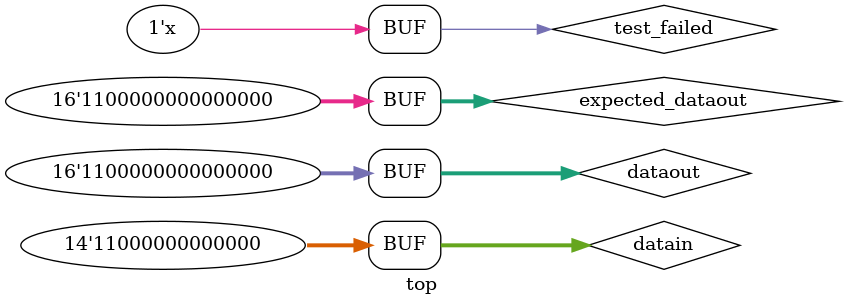
<source format=v>
module top (
	    );

reg signed [13:0] datain;
wire signed [15:0] dataout;

assign dataout = datain <<< 2;

reg test_failed;

initial
  begin
     test_failed = 0;
     #1 datain = 14'h0FFF;
     #1 datain = 14'h0000;
     #1 datain = 14'h1FFF;
     #1 datain = 14'h1000;
     #1 datain = 14'h2FFF;
     #1 datain = 14'h2000;
     #1 datain = 14'h3FFF;
     #1 datain = 14'h3000;
     #2;
     if (test_failed)
       $display("TEST FAILED :-(");
     else
       $display("TEST PASSED :-)");
  end

wire signed [15:0] expected_dataout;

assign expected_dataout = $signed({datain[13:0], 2'b0});

always @(dataout)
  if (expected_dataout != dataout)
    begin
       $display("datain = %d dataout = %d expected = %d ... CHECK FAILED", datain, dataout, expected_dataout);
       test_failed = 1;
    end
  else
    $display("datain = %d dataout = %d expected = %d ... CHECK PASSED", datain, dataout, expected_dataout);

endmodule // top

</source>
